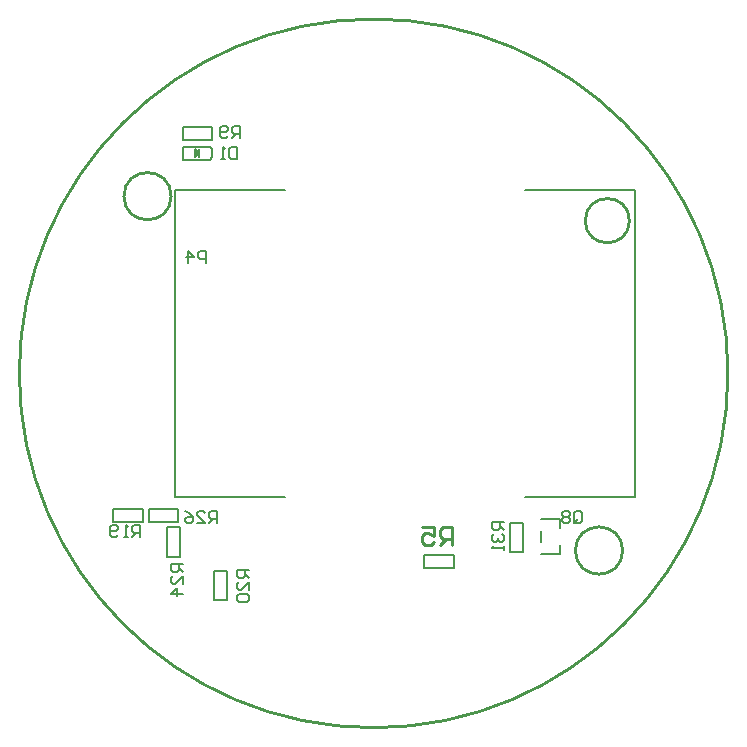
<source format=gbo>
%FSLAX25Y25*%
%MOIN*%
G70*
G01*
G75*
G04 Layer_Color=32896*
%ADD10R,0.02756X0.03347*%
%ADD11R,0.03347X0.02756*%
%ADD12O,0.04724X0.00984*%
%ADD13R,0.04724X0.01772*%
%ADD14O,0.04724X0.01772*%
%ADD15O,0.00984X0.04724*%
%ADD16O,0.01772X0.04724*%
%ADD17R,0.03937X0.02362*%
%ADD18R,0.04724X0.01969*%
%ADD19O,0.03543X0.01969*%
%ADD20O,0.03543X0.01969*%
%ADD21R,0.03543X0.01969*%
%ADD22R,0.02362X0.03937*%
%ADD23O,0.02500X0.05500*%
%ADD24R,0.02500X0.05500*%
%ADD25R,0.07874X0.07874*%
%ADD26C,0.01000*%
%ADD27C,0.00800*%
%ADD28C,0.02000*%
%ADD29C,0.06000*%
%ADD30C,0.01500*%
%ADD31C,0.03000*%
%ADD32C,0.01200*%
%ADD33C,0.05906*%
%ADD34P,0.08352X4X180.0*%
%ADD35R,0.05906X0.05906*%
G04:AMPARAMS|DCode=36|XSize=78.74mil|YSize=118.11mil|CornerRadius=0mil|HoleSize=0mil|Usage=FLASHONLY|Rotation=45.000|XOffset=0mil|YOffset=0mil|HoleType=Round|Shape=Rectangle|*
%AMROTATEDRECTD36*
4,1,4,0.01392,-0.06960,-0.06960,0.01392,-0.01392,0.06960,0.06960,-0.01392,0.01392,-0.06960,0.0*
%
%ADD36ROTATEDRECTD36*%

G04:AMPARAMS|DCode=37|XSize=78.74mil|YSize=118.11mil|CornerRadius=0mil|HoleSize=0mil|Usage=FLASHONLY|Rotation=45.000|XOffset=0mil|YOffset=0mil|HoleType=Round|Shape=Round|*
%AMOVALD37*
21,1,0.03937,0.07874,0.00000,0.00000,135.0*
1,1,0.07874,0.01392,-0.01392*
1,1,0.07874,-0.01392,0.01392*
%
%ADD37OVALD37*%

G04:AMPARAMS|DCode=38|XSize=78.74mil|YSize=118.11mil|CornerRadius=0mil|HoleSize=0mil|Usage=FLASHONLY|Rotation=75.000|XOffset=0mil|YOffset=0mil|HoleType=Round|Shape=Round|*
%AMOVALD38*
21,1,0.03937,0.07874,0.00000,0.00000,165.0*
1,1,0.07874,0.01901,-0.00510*
1,1,0.07874,-0.01901,0.00510*
%
%ADD38OVALD38*%

G04:AMPARAMS|DCode=39|XSize=78.74mil|YSize=118.11mil|CornerRadius=0mil|HoleSize=0mil|Usage=FLASHONLY|Rotation=75.000|XOffset=0mil|YOffset=0mil|HoleType=Round|Shape=Rectangle|*
%AMROTATEDRECTD39*
4,1,4,0.04685,-0.05331,-0.06723,-0.02274,-0.04685,0.05331,0.06723,0.02274,0.04685,-0.05331,0.0*
%
%ADD39ROTATEDRECTD39*%

%ADD40P,0.08352X4X200.0*%
%ADD41R,0.05906X0.05906*%
%ADD42C,0.02000*%
%ADD43C,0.03000*%
%ADD44C,0.04000*%
%ADD45C,0.05000*%
%ADD46C,0.27559*%
%ADD47C,0.00500*%
%ADD48C,0.00787*%
%ADD49C,0.00984*%
%ADD50C,0.02362*%
%ADD51R,0.03556X0.04147*%
%ADD52R,0.04147X0.03556*%
%ADD53O,0.05524X0.01784*%
%ADD54R,0.05524X0.02572*%
%ADD55O,0.05524X0.02572*%
%ADD56O,0.01784X0.05524*%
%ADD57O,0.02572X0.05524*%
%ADD58R,0.04737X0.03162*%
%ADD59R,0.05524X0.02769*%
%ADD60O,0.04343X0.02769*%
%ADD61O,0.04343X0.02769*%
%ADD62R,0.04343X0.02769*%
%ADD63R,0.03162X0.04737*%
%ADD64O,0.03300X0.06300*%
%ADD65R,0.03300X0.06300*%
%ADD66R,0.08674X0.08674*%
%ADD67C,0.06706*%
%ADD68P,0.09483X4X180.0*%
%ADD69R,0.06706X0.06706*%
G04:AMPARAMS|DCode=70|XSize=86.74mil|YSize=126.11mil|CornerRadius=0mil|HoleSize=0mil|Usage=FLASHONLY|Rotation=45.000|XOffset=0mil|YOffset=0mil|HoleType=Round|Shape=Rectangle|*
%AMROTATEDRECTD70*
4,1,4,0.01392,-0.07525,-0.07525,0.01392,-0.01392,0.07525,0.07525,-0.01392,0.01392,-0.07525,0.0*
%
%ADD70ROTATEDRECTD70*%

G04:AMPARAMS|DCode=71|XSize=86.74mil|YSize=126.11mil|CornerRadius=0mil|HoleSize=0mil|Usage=FLASHONLY|Rotation=45.000|XOffset=0mil|YOffset=0mil|HoleType=Round|Shape=Round|*
%AMOVALD71*
21,1,0.03937,0.08674,0.00000,0.00000,135.0*
1,1,0.08674,0.01392,-0.01392*
1,1,0.08674,-0.01392,0.01392*
%
%ADD71OVALD71*%

G04:AMPARAMS|DCode=72|XSize=86.74mil|YSize=126.11mil|CornerRadius=0mil|HoleSize=0mil|Usage=FLASHONLY|Rotation=75.000|XOffset=0mil|YOffset=0mil|HoleType=Round|Shape=Round|*
%AMOVALD72*
21,1,0.03937,0.08674,0.00000,0.00000,165.0*
1,1,0.08674,0.01901,-0.00510*
1,1,0.08674,-0.01901,0.00510*
%
%ADD72OVALD72*%

G04:AMPARAMS|DCode=73|XSize=86.74mil|YSize=126.11mil|CornerRadius=0mil|HoleSize=0mil|Usage=FLASHONLY|Rotation=75.000|XOffset=0mil|YOffset=0mil|HoleType=Round|Shape=Rectangle|*
%AMROTATEDRECTD73*
4,1,4,0.04968,-0.05821,-0.07213,-0.02557,-0.04968,0.05821,0.07213,0.02557,0.04968,-0.05821,0.0*
%
%ADD73ROTATEDRECTD73*%

%ADD74P,0.09483X4X200.0*%
%ADD75R,0.06706X0.06706*%
%ADD76C,0.28359*%
D26*
X85266Y50900D02*
G03*
X85266Y50900I-7366J0D01*
G01*
X26050Y-57350D02*
Y-51352D01*
X23051D01*
X22051Y-52352D01*
Y-54351D01*
X23051Y-55351D01*
X26050D01*
X24051D02*
X22051Y-57350D01*
X16053Y-51352D02*
X20052D01*
Y-54351D01*
X18053Y-53351D01*
X17053D01*
X16053Y-54351D01*
Y-56350D01*
X17053Y-57350D01*
X19052D01*
X20052Y-56350D01*
X83000Y-59055D02*
G03*
X83000Y-59055I-7874J0D01*
G01*
X-67500Y59055D02*
G03*
X-67500Y59055I-7874J0D01*
G01*
X118110Y0D02*
G03*
X118110Y0I-118110J0D01*
G01*
D47*
X16926Y-60635D02*
X26768D01*
X16926Y-64965D02*
X26768D01*
Y-60635D01*
X16926Y-64965D02*
Y-60635D01*
X-74974Y-45235D02*
X-65131D01*
X-74974Y-49565D02*
X-65131D01*
Y-45235D01*
X-74974Y-49565D02*
Y-45235D01*
X-48735Y-75669D02*
Y-65826D01*
X-53065Y-75669D02*
Y-65826D01*
Y-75669D02*
X-48735D01*
X-53065Y-65826D02*
X-48735D01*
X49665Y-59569D02*
Y-49726D01*
X45335Y-59569D02*
Y-49726D01*
Y-59569D02*
X49665D01*
X45335Y-49726D02*
X49665D01*
X61968Y-51410D02*
Y-48458D01*
Y-60268D02*
Y-57316D01*
X55668Y-56135D02*
Y-52591D01*
Y-48458D02*
X61968D01*
X55668Y-60268D02*
X61968D01*
X-63669Y71235D02*
Y75565D01*
X-54613D01*
X-53826Y72022D02*
Y74778D01*
X-63669Y71235D02*
X-54613D01*
X-54613Y75565D02*
X-53826Y74778D01*
X-58255Y72022D02*
Y74778D01*
X-59633Y72022D02*
Y74778D01*
Y72022D02*
X-58255Y73400D01*
X-59633Y74778D02*
X-58255Y73400D01*
X-59633D02*
X-58255D01*
X-54613Y71235D02*
X-53826Y72022D01*
X-63674Y82265D02*
X-53831D01*
X-63674Y77935D02*
X-53831D01*
Y82265D01*
X-63674Y77935D02*
Y82265D01*
X50400Y61200D02*
X87172D01*
X50400Y-41162D02*
X87172D01*
X-66372Y61200D02*
X-29600D01*
X-66372Y-41162D02*
X-29600D01*
X87172D02*
Y61200D01*
X-66372Y-41162D02*
Y61200D01*
X-64435Y-61068D02*
Y-51226D01*
X-68765Y-61068D02*
Y-51226D01*
Y-61068D02*
X-64435D01*
X-68765Y-51226D02*
X-64435D01*
X-86874Y-45235D02*
X-77031D01*
X-86874Y-49565D02*
X-77031D01*
Y-45235D01*
X-86874Y-49565D02*
Y-45235D01*
X-56000Y36800D02*
Y40799D01*
X-57999D01*
X-58666Y40132D01*
Y38799D01*
X-57999Y38133D01*
X-56000D01*
X-61998Y36800D02*
Y40799D01*
X-59999Y38799D01*
X-62665D01*
X-63700Y-63700D02*
X-67699D01*
Y-65699D01*
X-67032Y-66366D01*
X-65699D01*
X-65033Y-65699D01*
Y-63700D01*
Y-65033D02*
X-63700Y-66366D01*
Y-70364D02*
Y-67699D01*
X-66366Y-70364D01*
X-67032D01*
X-67699Y-69698D01*
Y-68365D01*
X-67032Y-67699D01*
X-63700Y-73697D02*
X-67699D01*
X-65699Y-71697D01*
Y-74363D01*
X-44400Y78500D02*
Y82499D01*
X-46399D01*
X-47066Y81832D01*
Y80499D01*
X-46399Y79833D01*
X-44400D01*
X-45733D02*
X-47066Y78500D01*
X-48399Y79166D02*
X-49065Y78500D01*
X-50398D01*
X-51064Y79166D01*
Y81832D01*
X-50398Y82499D01*
X-49065D01*
X-48399Y81832D01*
Y81166D01*
X-49065Y80499D01*
X-51064D01*
X-45600Y75499D02*
Y71500D01*
X-47599D01*
X-48266Y72166D01*
Y74832D01*
X-47599Y75499D01*
X-45600D01*
X-49599Y71500D02*
X-50932D01*
X-50265D01*
Y75499D01*
X-49599Y74832D01*
X43500Y-49700D02*
X39501D01*
Y-51699D01*
X40168Y-52366D01*
X41501D01*
X42167Y-51699D01*
Y-49700D01*
Y-51033D02*
X43500Y-52366D01*
X40168Y-53699D02*
X39501Y-54365D01*
Y-55698D01*
X40168Y-56365D01*
X40834D01*
X41501Y-55698D01*
Y-55032D01*
Y-55698D01*
X42167Y-56365D01*
X42834D01*
X43500Y-55698D01*
Y-54365D01*
X42834Y-53699D01*
X43500Y-57697D02*
Y-59030D01*
Y-58364D01*
X39501D01*
X40168Y-57697D01*
X66934Y-49334D02*
Y-46668D01*
X67601Y-46001D01*
X68934D01*
X69600Y-46668D01*
Y-49334D01*
X68934Y-50000D01*
X67601D01*
X68267Y-48667D02*
X66934Y-50000D01*
X67601D02*
X66934Y-49334D01*
X65601Y-46668D02*
X64935Y-46001D01*
X63602D01*
X62936Y-46668D01*
Y-47334D01*
X63602Y-48001D01*
X62936Y-48667D01*
Y-49334D01*
X63602Y-50000D01*
X64935D01*
X65601Y-49334D01*
Y-48667D01*
X64935Y-48001D01*
X65601Y-47334D01*
Y-46668D01*
X64935Y-48001D02*
X63602D01*
X-52300Y-50000D02*
Y-46001D01*
X-54299D01*
X-54966Y-46668D01*
Y-48001D01*
X-54299Y-48667D01*
X-52300D01*
X-53633D02*
X-54966Y-50000D01*
X-58965D02*
X-56299D01*
X-58965Y-47334D01*
Y-46668D01*
X-58298Y-46001D01*
X-56965D01*
X-56299Y-46668D01*
X-62963Y-46001D02*
X-61630Y-46668D01*
X-60297Y-48001D01*
Y-49334D01*
X-60964Y-50000D01*
X-62297D01*
X-62963Y-49334D01*
Y-48667D01*
X-62297Y-48001D01*
X-60297D01*
X-41700Y-65600D02*
X-45699D01*
Y-67599D01*
X-45032Y-68266D01*
X-43699D01*
X-43033Y-67599D01*
Y-65600D01*
Y-66933D02*
X-41700Y-68266D01*
Y-72264D02*
Y-69599D01*
X-44366Y-72264D01*
X-45032D01*
X-45699Y-71598D01*
Y-70265D01*
X-45032Y-69599D01*
Y-73597D02*
X-45699Y-74264D01*
Y-75597D01*
X-45032Y-76263D01*
X-42366D01*
X-41700Y-75597D01*
Y-74264D01*
X-42366Y-73597D01*
X-45032D01*
X-77800Y-54700D02*
Y-50701D01*
X-79799D01*
X-80466Y-51368D01*
Y-52701D01*
X-79799Y-53367D01*
X-77800D01*
X-79133D02*
X-80466Y-54700D01*
X-81799D02*
X-83132D01*
X-82465D01*
Y-50701D01*
X-81799Y-51368D01*
X-85131Y-54034D02*
X-85797Y-54700D01*
X-87130D01*
X-87797Y-54034D01*
Y-51368D01*
X-87130Y-50701D01*
X-85797D01*
X-85131Y-51368D01*
Y-52034D01*
X-85797Y-52701D01*
X-87797D01*
M02*

</source>
